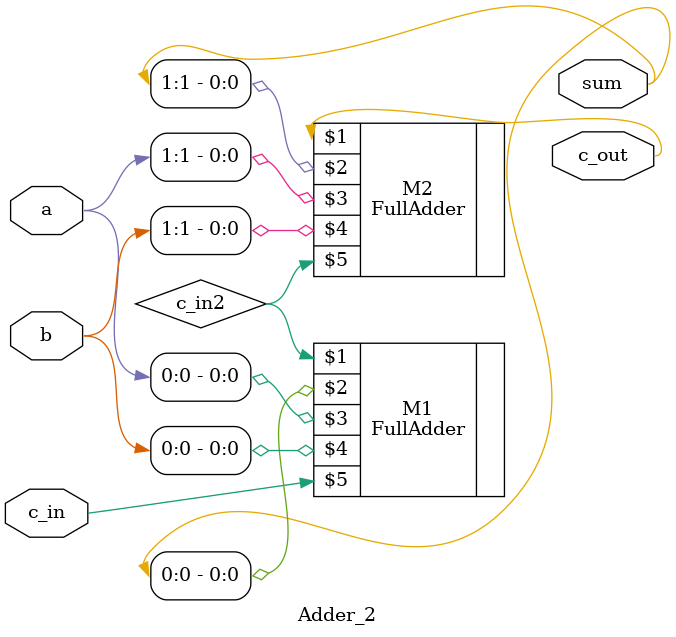
<source format=v>
module Adder_2(output c_out, output[1:0]sum, input[1:0] a, b, input c_in);
wire 		c_in2;
FullAdder	M1(c_in2, sum[0], a[0], b[0], c_in);
FullAdder	M2(c_out, sum[1], a[1], b[1], c_in2);
endmodule

</source>
